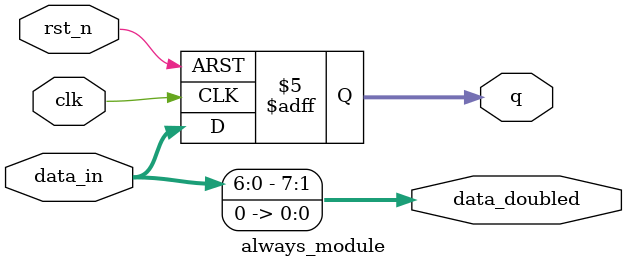
<source format=sv>
module always_module (input clk,
input rst_n,
input [7:0] data_in,
output reg [7:0] q,
output wire [7:0] data_doubled);
always_ff @(posedge clk, negedge rst_n) begin
if (!rst_n) begin
q <= 8'b0;
end
else begin
q <= data_in;
end
end
always_comb begin
data_doubled = data_in << 1;
end
endmodule
</source>
